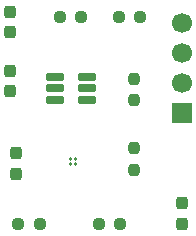
<source format=gbr>
%TF.GenerationSoftware,KiCad,Pcbnew,9.0.6*%
%TF.CreationDate,2026-01-29T18:16:49-08:00*%
%TF.ProjectId,Lab3,4c616233-2e6b-4696-9361-645f70636258,rev?*%
%TF.SameCoordinates,Original*%
%TF.FileFunction,Soldermask,Top*%
%TF.FilePolarity,Negative*%
%FSLAX46Y46*%
G04 Gerber Fmt 4.6, Leading zero omitted, Abs format (unit mm)*
G04 Created by KiCad (PCBNEW 9.0.6) date 2026-01-29 18:16:49*
%MOMM*%
%LPD*%
G01*
G04 APERTURE LIST*
G04 Aperture macros list*
%AMRoundRect*
0 Rectangle with rounded corners*
0 $1 Rounding radius*
0 $2 $3 $4 $5 $6 $7 $8 $9 X,Y pos of 4 corners*
0 Add a 4 corners polygon primitive as box body*
4,1,4,$2,$3,$4,$5,$6,$7,$8,$9,$2,$3,0*
0 Add four circle primitives for the rounded corners*
1,1,$1+$1,$2,$3*
1,1,$1+$1,$4,$5*
1,1,$1+$1,$6,$7*
1,1,$1+$1,$8,$9*
0 Add four rect primitives between the rounded corners*
20,1,$1+$1,$2,$3,$4,$5,0*
20,1,$1+$1,$4,$5,$6,$7,0*
20,1,$1+$1,$6,$7,$8,$9,0*
20,1,$1+$1,$8,$9,$2,$3,0*%
G04 Aperture macros list end*
%ADD10C,0.165000*%
%ADD11RoundRect,0.237500X-0.250000X-0.237500X0.250000X-0.237500X0.250000X0.237500X-0.250000X0.237500X0*%
%ADD12RoundRect,0.237500X-0.237500X0.250000X-0.237500X-0.250000X0.237500X-0.250000X0.237500X0.250000X0*%
%ADD13RoundRect,0.237500X0.237500X-0.250000X0.237500X0.250000X-0.237500X0.250000X-0.237500X-0.250000X0*%
%ADD14RoundRect,0.237500X0.237500X-0.300000X0.237500X0.300000X-0.237500X0.300000X-0.237500X-0.300000X0*%
%ADD15R,1.700000X1.700000*%
%ADD16C,1.700000*%
%ADD17RoundRect,0.237500X-0.237500X0.287500X-0.237500X-0.287500X0.237500X-0.287500X0.237500X0.287500X0*%
%ADD18RoundRect,0.237500X0.250000X0.237500X-0.250000X0.237500X-0.250000X-0.237500X0.250000X-0.237500X0*%
%ADD19RoundRect,0.237500X-0.237500X0.300000X-0.237500X-0.300000X0.237500X-0.300000X0.237500X0.300000X0*%
%ADD20RoundRect,0.162500X-0.617500X-0.162500X0.617500X-0.162500X0.617500X0.162500X-0.617500X0.162500X0*%
G04 APERTURE END LIST*
D10*
%TO.C,U1*%
X170682500Y-73460000D02*
G75*
G02*
X170517500Y-73460000I-82500J0D01*
G01*
X170517500Y-73460000D02*
G75*
G02*
X170682500Y-73460000I82500J0D01*
G01*
X170682500Y-73860000D02*
G75*
G02*
X170517500Y-73860000I-82500J0D01*
G01*
X170517500Y-73860000D02*
G75*
G02*
X170682500Y-73860000I82500J0D01*
G01*
X171082500Y-73460000D02*
G75*
G02*
X170917500Y-73460000I-82500J0D01*
G01*
X170917500Y-73460000D02*
G75*
G02*
X171082500Y-73460000I82500J0D01*
G01*
X171082500Y-73860000D02*
G75*
G02*
X170917500Y-73860000I-82500J0D01*
G01*
X170917500Y-73860000D02*
G75*
G02*
X171082500Y-73860000I82500J0D01*
G01*
%TD*%
D11*
%TO.C,R3*%
X169675000Y-61460000D03*
X171500000Y-61460000D03*
%TD*%
D12*
%TO.C,R5*%
X176000000Y-66635000D03*
X176000000Y-68460000D03*
%TD*%
D13*
%TO.C,R1*%
X176000000Y-74372500D03*
X176000000Y-72547500D03*
%TD*%
D11*
%TO.C,R6*%
X173000000Y-78960000D03*
X174825000Y-78960000D03*
%TD*%
D14*
%TO.C,C2*%
X165500000Y-67685000D03*
X165500000Y-65960000D03*
%TD*%
D15*
%TO.C,J1*%
X180000000Y-69540000D03*
D16*
X180000000Y-67000000D03*
X180000000Y-64460000D03*
X180000000Y-61920000D03*
%TD*%
D11*
%TO.C,R4*%
X174675000Y-61460000D03*
X176500000Y-61460000D03*
%TD*%
D17*
%TO.C,D1*%
X180000000Y-77210000D03*
X180000000Y-78960000D03*
%TD*%
D18*
%TO.C,R2*%
X168000000Y-78960000D03*
X166175000Y-78960000D03*
%TD*%
D19*
%TO.C,C3*%
X165500000Y-60960000D03*
X165500000Y-62685000D03*
%TD*%
D20*
%TO.C,U2*%
X169300000Y-66510000D03*
X169300000Y-67460000D03*
X169300000Y-68410000D03*
X172000000Y-68410000D03*
X172000000Y-67460000D03*
X172000000Y-66510000D03*
%TD*%
D19*
%TO.C,C1*%
X166000000Y-72960000D03*
X166000000Y-74685000D03*
%TD*%
M02*

</source>
